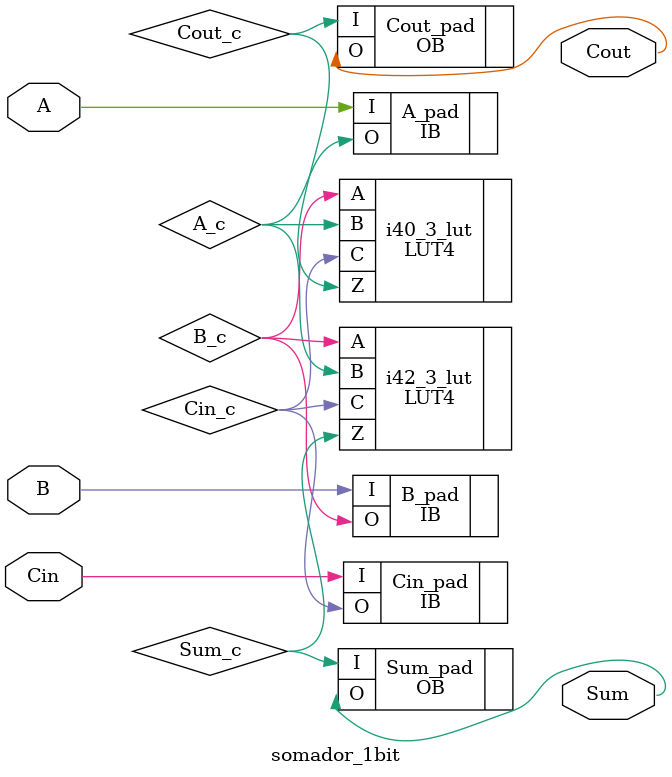
<source format=v>

module somador_1bit (Cin, A, B, Sum, Cout);   // e:/repositories/rtl_fpga/verilog/aula15_mux/somador_1bit.vhd(3[8:20])
    input Cin;   // e:/repositories/rtl_fpga/verilog/aula15_mux/somador_1bit.vhd(6[4:7])
    input A;   // e:/repositories/rtl_fpga/verilog/aula15_mux/somador_1bit.vhd(7[4:5])
    input B;   // e:/repositories/rtl_fpga/verilog/aula15_mux/somador_1bit.vhd(7[6:7])
    output Sum;   // e:/repositories/rtl_fpga/verilog/aula15_mux/somador_1bit.vhd(8[4:7])
    output Cout;   // e:/repositories/rtl_fpga/verilog/aula15_mux/somador_1bit.vhd(8[8:12])
    
    
    wire Cin_c, A_c, B_c, Sum_c, Cout_c, VCC_net, GND_net;
    
    PUR PUR_INST (.PUR(VCC_net));
    defparam PUR_INST.RST_PULSE = 1;
    VHI i35 (.Z(VCC_net));
    LUT4 i42_3_lut (.A(B_c), .B(A_c), .C(Cin_c), .Z(Sum_c)) /* synthesis lut_function=(A (B (C)+!B !(C))+!A !(B (C)+!B !(C))) */ ;   // e:/repositories/rtl_fpga/verilog/aula15_mux/somador_1bit.vhd(18[2] 27[9])
    defparam i42_3_lut.init = 16'h9696;
    VLO i46 (.Z(GND_net));
    OB Sum_pad (.I(Sum_c), .O(Sum));   // e:/repositories/rtl_fpga/verilog/aula15_mux/somador_1bit.vhd(8[4:7])
    OB Cout_pad (.I(Cout_c), .O(Cout));   // e:/repositories/rtl_fpga/verilog/aula15_mux/somador_1bit.vhd(8[8:12])
    IB Cin_pad (.I(Cin), .O(Cin_c));   // e:/repositories/rtl_fpga/verilog/aula15_mux/somador_1bit.vhd(6[4:7])
    IB A_pad (.I(A), .O(A_c));   // e:/repositories/rtl_fpga/verilog/aula15_mux/somador_1bit.vhd(7[4:5])
    IB B_pad (.I(B), .O(B_c));   // e:/repositories/rtl_fpga/verilog/aula15_mux/somador_1bit.vhd(7[6:7])
    LUT4 i40_3_lut (.A(B_c), .B(A_c), .C(Cin_c), .Z(Cout_c)) /* synthesis lut_function=(!(A (B (C)+!B !(C))+!A !(B))) */ ;   // e:/repositories/rtl_fpga/verilog/aula15_mux/somador_1bit.vhd(18[2] 27[9])
    defparam i40_3_lut.init = 16'h6c6c;
    GSR GSR_INST (.GSR(VCC_net));
    
endmodule
//
// Verilog Description of module PUR
// module not written out since it is a black-box. 
//


</source>
